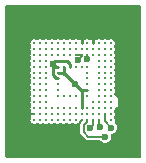
<source format=gbr>
%TF.GenerationSoftware,KiCad,Pcbnew,7.0.7*%
%TF.CreationDate,2023-09-02T11:06:43+09:00*%
%TF.ProjectId,emmc2sd,656d6d63-3273-4642-9e6b-696361645f70,rev?*%
%TF.SameCoordinates,Original*%
%TF.FileFunction,Copper,L2,Bot*%
%TF.FilePolarity,Positive*%
%FSLAX46Y46*%
G04 Gerber Fmt 4.6, Leading zero omitted, Abs format (unit mm)*
G04 Created by KiCad (PCBNEW 7.0.7) date 2023-09-02 11:06:43*
%MOMM*%
%LPD*%
G01*
G04 APERTURE LIST*
%TA.AperFunction,SMDPad,CuDef*%
%ADD10C,0.245000*%
%TD*%
%TA.AperFunction,ViaPad*%
%ADD11C,0.600000*%
%TD*%
%TA.AperFunction,Conductor*%
%ADD12C,0.150000*%
%TD*%
%TA.AperFunction,Conductor*%
%ADD13C,0.250000*%
%TD*%
G04 APERTURE END LIST*
D10*
%TO.P,U1,A1*%
%TO.N,N/C*%
X102480000Y-75133500D03*
%TO.P,U1,A2*%
X101980000Y-75133500D03*
%TO.P,U1,A3,DAT0*%
%TO.N,Net-(J1-DAT0)*%
X101480000Y-75133500D03*
%TO.P,U1,A4,DAT1*%
%TO.N,Net-(J1-DAT1)*%
X100980000Y-75133500D03*
%TO.P,U1,A5,DAT2*%
%TO.N,Net-(J1-DAT2)*%
X100480000Y-75133500D03*
%TO.P,U1,A6*%
%TO.N,N/C*%
X99980000Y-75133500D03*
%TO.P,U1,A7*%
X99480000Y-75133500D03*
%TO.P,U1,A8*%
X98980000Y-75133500D03*
%TO.P,U1,A9*%
X98480000Y-75133500D03*
%TO.P,U1,A10*%
X97980000Y-75133500D03*
%TO.P,U1,A11*%
X97480000Y-75133500D03*
%TO.P,U1,A12*%
X96980000Y-75133500D03*
%TO.P,U1,A13*%
X96480000Y-75133500D03*
%TO.P,U1,A14*%
X95980000Y-75133500D03*
%TO.P,U1,B1*%
X102480000Y-74633500D03*
%TO.P,U1,B2,DAT3*%
%TO.N,Net-(J1-DAT3{slash}CD)*%
X101980000Y-74633500D03*
%TO.P,U1,B3,DAT4*%
%TO.N,unconnected-(U1-DAT4-PadB3)*%
X101480000Y-74633500D03*
%TO.P,U1,B4,DAT5*%
%TO.N,unconnected-(U1-DAT5-PadB4)*%
X100980000Y-74633500D03*
%TO.P,U1,B5,DAT6*%
%TO.N,unconnected-(U1-DAT6-PadB5)*%
X100480000Y-74633500D03*
%TO.P,U1,B6,DAT7*%
%TO.N,unconnected-(U1-DAT7-PadB6)*%
X99980000Y-74633500D03*
%TO.P,U1,B7*%
%TO.N,N/C*%
X99480000Y-74633500D03*
%TO.P,U1,B8*%
X98980000Y-74633500D03*
%TO.P,U1,B9*%
X98480000Y-74633500D03*
%TO.P,U1,B10*%
X97980000Y-74633500D03*
%TO.P,U1,B11*%
X97480000Y-74633500D03*
%TO.P,U1,B12*%
X96980000Y-74633500D03*
%TO.P,U1,B13*%
X96480000Y-74633500D03*
%TO.P,U1,B14*%
X95980000Y-74633500D03*
%TO.P,U1,C1*%
X102480000Y-74133500D03*
%TO.P,U1,C2,VDDI*%
%TO.N,VDD*%
X101980000Y-74133500D03*
%TO.P,U1,C3*%
%TO.N,N/C*%
X101480000Y-74133500D03*
%TO.P,U1,C4,VSSQ1*%
%TO.N,GND*%
X100980000Y-74133500D03*
%TO.P,U1,C5*%
%TO.N,N/C*%
X100480000Y-74133500D03*
%TO.P,U1,C6,VCCQ1*%
%TO.N,VDD*%
X99980000Y-74133500D03*
%TO.P,U1,C7*%
%TO.N,N/C*%
X99480000Y-74133500D03*
%TO.P,U1,C8*%
X98980000Y-74133500D03*
%TO.P,U1,C9*%
X98480000Y-74133500D03*
%TO.P,U1,C10*%
X97980000Y-74133500D03*
%TO.P,U1,C11*%
X97480000Y-74133500D03*
%TO.P,U1,C12*%
X96980000Y-74133500D03*
%TO.P,U1,C13*%
X96480000Y-74133500D03*
%TO.P,U1,C14*%
X95980000Y-74133500D03*
%TO.P,U1,D1*%
%TO.N,GND*%
X102480000Y-73633500D03*
%TO.P,U1,D2*%
%TO.N,N/C*%
X101980000Y-73633500D03*
%TO.P,U1,D3*%
X101480000Y-73633500D03*
%TO.P,U1,D4*%
X100980000Y-73633500D03*
%TO.P,U1,D12*%
X96980000Y-73633500D03*
%TO.P,U1,D13*%
X96480000Y-73633500D03*
%TO.P,U1,D14*%
X95980000Y-73633500D03*
%TO.P,U1,E1*%
X102480000Y-73133500D03*
%TO.P,U1,E2*%
X101980000Y-73133500D03*
%TO.P,U1,E3*%
X101480000Y-73133500D03*
%TO.P,U1,E5*%
X100480000Y-73133500D03*
%TO.P,U1,E6,VCC1*%
%TO.N,VDD*%
X99980000Y-73133500D03*
%TO.P,U1,E7,VSS1*%
%TO.N,GND*%
X99480000Y-73133500D03*
%TO.P,U1,E8*%
%TO.N,N/C*%
X98980000Y-73133500D03*
%TO.P,U1,E9*%
X98480000Y-73133500D03*
%TO.P,U1,E10*%
X97980000Y-73133500D03*
%TO.P,U1,E12*%
X96980000Y-73133500D03*
%TO.P,U1,E13*%
X96480000Y-73133500D03*
%TO.P,U1,E14*%
X95980000Y-73133500D03*
%TO.P,U1,F1*%
X102480000Y-72633500D03*
%TO.P,U1,F2*%
X101980000Y-72633500D03*
%TO.P,U1,F3*%
X101480000Y-72633500D03*
%TO.P,U1,F5,VCC2*%
%TO.N,VDD*%
X100480000Y-72633500D03*
%TO.P,U1,F10*%
%TO.N,N/C*%
X97980000Y-72633500D03*
%TO.P,U1,F12*%
X96980000Y-72633500D03*
%TO.P,U1,F13*%
X96480000Y-72633500D03*
%TO.P,U1,F14*%
X95980000Y-72633500D03*
%TO.P,U1,G1*%
X102480000Y-72133500D03*
%TO.P,U1,G2*%
X101980000Y-72133500D03*
%TO.P,U1,G3*%
X101480000Y-72133500D03*
%TO.P,U1,G5,VSS2*%
%TO.N,GND*%
X100480000Y-72133500D03*
%TO.P,U1,G10*%
%TO.N,N/C*%
X97980000Y-72133500D03*
%TO.P,U1,G12*%
X96980000Y-72133500D03*
%TO.P,U1,G13*%
X96480000Y-72133500D03*
%TO.P,U1,G14*%
X95980000Y-72133500D03*
%TO.P,U1,H1*%
X102480000Y-71633500D03*
%TO.P,U1,H2*%
X101980000Y-71633500D03*
%TO.P,U1,H3*%
X101480000Y-71633500D03*
%TO.P,U1,H5*%
X100480000Y-71633500D03*
%TO.P,U1,H10,VSS3*%
%TO.N,GND*%
X97980000Y-71633500D03*
%TO.P,U1,H12*%
%TO.N,N/C*%
X96980000Y-71633500D03*
%TO.P,U1,H13*%
X96480000Y-71633500D03*
%TO.P,U1,H14*%
X95980000Y-71633500D03*
%TO.P,U1,J1*%
X102480000Y-71133500D03*
%TO.P,U1,J2*%
X101980000Y-71133500D03*
%TO.P,U1,J3*%
X101480000Y-71133500D03*
%TO.P,U1,J5*%
X100480000Y-71133500D03*
%TO.P,U1,J10,VCC3*%
%TO.N,VDD*%
X97980000Y-71133500D03*
%TO.P,U1,J12*%
%TO.N,N/C*%
X96980000Y-71133500D03*
%TO.P,U1,J13*%
X96480000Y-71133500D03*
%TO.P,U1,J14*%
X95980000Y-71133500D03*
%TO.P,U1,K1*%
X102480000Y-70633500D03*
%TO.P,U1,K2*%
X101980000Y-70633500D03*
%TO.P,U1,K3*%
X101480000Y-70633500D03*
%TO.P,U1,K5,RST#*%
%TO.N,unconnected-(U1-RST#-PadK5)*%
X100480000Y-70633500D03*
%TO.P,U1,K6*%
%TO.N,N/C*%
X99980000Y-70633500D03*
%TO.P,U1,K7*%
X99480000Y-70633500D03*
%TO.P,U1,K8,VSS4*%
%TO.N,GND*%
X98980000Y-70633500D03*
%TO.P,U1,K9,VCC4*%
%TO.N,VDD*%
X98480000Y-70633500D03*
%TO.P,U1,K10*%
%TO.N,GND*%
X97980000Y-70633500D03*
%TO.P,U1,K12*%
%TO.N,N/C*%
X96980000Y-70633500D03*
%TO.P,U1,K13*%
X96480000Y-70633500D03*
%TO.P,U1,K14*%
X95980000Y-70633500D03*
%TO.P,U1,L1*%
X102480000Y-70133500D03*
%TO.P,U1,L2*%
X101980000Y-70133500D03*
%TO.P,U1,L3*%
X101480000Y-70133500D03*
%TO.P,U1,L12*%
X96980000Y-70133500D03*
%TO.P,U1,L13*%
X96480000Y-70133500D03*
%TO.P,U1,L14*%
X95980000Y-70133500D03*
%TO.P,U1,M1*%
X102480000Y-69633500D03*
%TO.P,U1,M2*%
X101980000Y-69633500D03*
%TO.P,U1,M3*%
X101480000Y-69633500D03*
%TO.P,U1,M4,VCCQ2*%
%TO.N,VDD*%
X100980000Y-69633500D03*
%TO.P,U1,M5,CMD*%
%TO.N,Net-(J1-CMD)*%
X100480000Y-69633500D03*
%TO.P,U1,M6,CLK*%
%TO.N,Net-(J1-CLK)*%
X99980000Y-69633500D03*
%TO.P,U1,M7*%
%TO.N,N/C*%
X99480000Y-69633500D03*
%TO.P,U1,M8*%
X98980000Y-69633500D03*
%TO.P,U1,M9*%
X98480000Y-69633500D03*
%TO.P,U1,M10*%
X97980000Y-69633500D03*
%TO.P,U1,M11*%
X97480000Y-69633500D03*
%TO.P,U1,M12*%
X96980000Y-69633500D03*
%TO.P,U1,M13*%
X96480000Y-69633500D03*
%TO.P,U1,M14*%
X95980000Y-69633500D03*
%TO.P,U1,N1*%
X102480000Y-69133500D03*
%TO.P,U1,N2,VSSQ2*%
%TO.N,GND*%
X101980000Y-69133500D03*
%TO.P,U1,N3*%
%TO.N,N/C*%
X101480000Y-69133500D03*
%TO.P,U1,N4,VCCQ3*%
%TO.N,VDD*%
X100980000Y-69133500D03*
%TO.P,U1,N5,VSSQ3*%
%TO.N,GND*%
X100480000Y-69133500D03*
%TO.P,U1,N6*%
%TO.N,N/C*%
X99980000Y-69133500D03*
%TO.P,U1,N7*%
X99480000Y-69133500D03*
%TO.P,U1,N8*%
X98980000Y-69133500D03*
%TO.P,U1,N9*%
X98480000Y-69133500D03*
%TO.P,U1,N10*%
X97980000Y-69133500D03*
%TO.P,U1,N11*%
X97480000Y-69133500D03*
%TO.P,U1,N12*%
X96980000Y-69133500D03*
%TO.P,U1,N13*%
X96480000Y-69133500D03*
%TO.P,U1,N14*%
X95980000Y-69133500D03*
%TO.P,U1,P1*%
X102480000Y-68633500D03*
%TO.P,U1,P2*%
X101980000Y-68633500D03*
%TO.P,U1,P3,VCCQ4*%
%TO.N,VDD*%
X101480000Y-68633500D03*
%TO.P,U1,P4,VSSQ4*%
%TO.N,N/C*%
X100980000Y-68633500D03*
%TO.P,U1,P5,VCCQ5*%
%TO.N,VDD*%
X100480000Y-68633500D03*
%TO.P,U1,P6,VSSQ5*%
%TO.N,N/C*%
X99980000Y-68633500D03*
%TO.P,U1,P7*%
X99480000Y-68633500D03*
%TO.P,U1,P8*%
X98980000Y-68633500D03*
%TO.P,U1,P9*%
X98480000Y-68633500D03*
%TO.P,U1,P10*%
X97980000Y-68633500D03*
%TO.P,U1,P11*%
X97480000Y-68633500D03*
%TO.P,U1,P12*%
X96980000Y-68633500D03*
%TO.P,U1,P13*%
X96480000Y-68633500D03*
%TO.P,U1,P14*%
X95980000Y-68633500D03*
%TD*%
D11*
%TO.N,Net-(J1-DAT2)*%
X101981000Y-76581000D03*
%TO.N,Net-(J1-DAT3{slash}CD)*%
X102515544Y-75794370D03*
%TO.N,Net-(J1-CMD)*%
X100480235Y-70003166D03*
%TO.N,Net-(J1-CLK)*%
X99645982Y-70034053D03*
%TO.N,GND*%
X96901000Y-67437000D03*
X103759000Y-77216000D03*
X97556481Y-70367073D03*
X94615000Y-77216000D03*
X98933000Y-77216000D03*
X101219000Y-67437000D03*
%TO.N,Net-(J1-DAT0)*%
X101569852Y-75782148D03*
%TO.N,Net-(J1-DAT1)*%
X100736587Y-75844587D03*
%TO.N,VDD*%
X99441000Y-72136000D03*
%TD*%
D12*
%TO.N,Net-(J1-DAT2)*%
X100161587Y-76185587D02*
X100557000Y-76581000D01*
X100480000Y-75133500D02*
X100480000Y-75288001D01*
X100480000Y-75288001D02*
X100161587Y-75606414D01*
X100161587Y-75606414D02*
X100161587Y-76185587D01*
X100557000Y-76581000D02*
X101981000Y-76581000D01*
%TO.N,Net-(J1-DAT3{slash}CD)*%
X101980000Y-75258826D02*
X102515544Y-75794370D01*
X101980000Y-75133500D02*
X101980000Y-75258826D01*
X101980000Y-74633500D02*
X101980000Y-75133500D01*
%TO.N,Net-(J1-CMD)*%
X100480000Y-69633500D02*
X100480000Y-70002931D01*
X100480000Y-70002931D02*
X100480235Y-70003166D01*
%TO.N,Net-(J1-CLK)*%
X99980000Y-69700035D02*
X99645982Y-70034053D01*
X99980000Y-69633500D02*
X99980000Y-69700035D01*
X99980000Y-69633500D02*
X99480000Y-69633500D01*
%TO.N,GND*%
X99822000Y-75291500D02*
X99822000Y-75438000D01*
D13*
X100980000Y-68214000D02*
X100965000Y-68199000D01*
X99980000Y-68633500D02*
X99980000Y-68295000D01*
X97530000Y-70364000D02*
X97530000Y-71356741D01*
X97530000Y-71356741D02*
X97806759Y-71633500D01*
X98980000Y-70633500D02*
X98980000Y-70405000D01*
X98758500Y-70183500D02*
X97710500Y-70183500D01*
X97980000Y-70633500D02*
X97822908Y-70633500D01*
X100980000Y-68633500D02*
X100980000Y-68214000D01*
D12*
X99980000Y-75133500D02*
X99822000Y-75291500D01*
D13*
X98980000Y-70405000D02*
X98758500Y-70183500D01*
X97822908Y-70633500D02*
X97556481Y-70367073D01*
X97806759Y-71633500D02*
X97980000Y-71633500D01*
D12*
X95980000Y-74633500D02*
X95334500Y-74633500D01*
D13*
X99980000Y-68295000D02*
X100076000Y-68199000D01*
X97710500Y-70183500D02*
X97530000Y-70364000D01*
D12*
%TO.N,Net-(J1-DAT0)*%
X101480000Y-75692296D02*
X101569852Y-75782148D01*
X101480000Y-75133500D02*
X101480000Y-75692296D01*
%TO.N,Net-(J1-DAT1)*%
X100980000Y-75133500D02*
X100980000Y-75601174D01*
X100980000Y-75601174D02*
X100736587Y-75844587D01*
D13*
%TO.N,VDD*%
X98480000Y-71175000D02*
X99441000Y-72136000D01*
X100480000Y-72633500D02*
X99938500Y-72633500D01*
X99938500Y-72633500D02*
X99441000Y-72136000D01*
X99980000Y-72675000D02*
X99441000Y-72136000D01*
X99980000Y-73133500D02*
X99980000Y-72675000D01*
X98438500Y-71133500D02*
X99441000Y-72136000D01*
X98480000Y-70633500D02*
X98480000Y-71175000D01*
X98480000Y-70633500D02*
X98480000Y-71092000D01*
X97980000Y-71133500D02*
X98438500Y-71133500D01*
X99980000Y-74133500D02*
X99980000Y-73133500D01*
X98480000Y-71092000D02*
X98438500Y-71133500D01*
%TD*%
%TA.AperFunction,Conductor*%
%TO.N,GND*%
G36*
X104946539Y-65450185D02*
G01*
X104992294Y-65502989D01*
X105003500Y-65554500D01*
X105003500Y-78209500D01*
X104983815Y-78276539D01*
X104931011Y-78322294D01*
X104879500Y-78333500D01*
X93621500Y-78333500D01*
X93554461Y-78313815D01*
X93508706Y-78261011D01*
X93497500Y-78209500D01*
X93497500Y-75133500D01*
X95652017Y-75133500D01*
X95671796Y-75245674D01*
X95671797Y-75245676D01*
X95671799Y-75245682D01*
X95728750Y-75344324D01*
X95789474Y-75395277D01*
X95816008Y-75417542D01*
X95816012Y-75417543D01*
X95816013Y-75417544D01*
X95923043Y-75456499D01*
X95923046Y-75456500D01*
X95923048Y-75456500D01*
X96036952Y-75456500D01*
X96036954Y-75456500D01*
X96101345Y-75433063D01*
X96143987Y-75417544D01*
X96143987Y-75417543D01*
X96143992Y-75417542D01*
X96150293Y-75412254D01*
X96214297Y-75384240D01*
X96283290Y-75395277D01*
X96309703Y-75412251D01*
X96316008Y-75417542D01*
X96316011Y-75417543D01*
X96316012Y-75417544D01*
X96423043Y-75456499D01*
X96423046Y-75456500D01*
X96423048Y-75456500D01*
X96536952Y-75456500D01*
X96536954Y-75456500D01*
X96601345Y-75433063D01*
X96643987Y-75417544D01*
X96643987Y-75417543D01*
X96643992Y-75417542D01*
X96650293Y-75412254D01*
X96714297Y-75384240D01*
X96783290Y-75395277D01*
X96809703Y-75412251D01*
X96816008Y-75417542D01*
X96816011Y-75417543D01*
X96816012Y-75417544D01*
X96923043Y-75456499D01*
X96923046Y-75456500D01*
X96923048Y-75456500D01*
X97036952Y-75456500D01*
X97036954Y-75456500D01*
X97101345Y-75433063D01*
X97143987Y-75417544D01*
X97143987Y-75417543D01*
X97143992Y-75417542D01*
X97150293Y-75412254D01*
X97214297Y-75384240D01*
X97283290Y-75395277D01*
X97309703Y-75412251D01*
X97316008Y-75417542D01*
X97316011Y-75417543D01*
X97316012Y-75417544D01*
X97423043Y-75456499D01*
X97423046Y-75456500D01*
X97423048Y-75456500D01*
X97536952Y-75456500D01*
X97536954Y-75456500D01*
X97601345Y-75433063D01*
X97643987Y-75417544D01*
X97643987Y-75417543D01*
X97643992Y-75417542D01*
X97650293Y-75412254D01*
X97714297Y-75384240D01*
X97783290Y-75395277D01*
X97809703Y-75412251D01*
X97816008Y-75417542D01*
X97816011Y-75417543D01*
X97816012Y-75417544D01*
X97923043Y-75456499D01*
X97923046Y-75456500D01*
X97923048Y-75456500D01*
X98036952Y-75456500D01*
X98036954Y-75456500D01*
X98101345Y-75433063D01*
X98143987Y-75417544D01*
X98143987Y-75417543D01*
X98143992Y-75417542D01*
X98150293Y-75412254D01*
X98214297Y-75384240D01*
X98283290Y-75395277D01*
X98309703Y-75412251D01*
X98316008Y-75417542D01*
X98316011Y-75417543D01*
X98316012Y-75417544D01*
X98423043Y-75456499D01*
X98423046Y-75456500D01*
X98423048Y-75456500D01*
X98536952Y-75456500D01*
X98536954Y-75456500D01*
X98601345Y-75433063D01*
X98643987Y-75417544D01*
X98643987Y-75417543D01*
X98643992Y-75417542D01*
X98650293Y-75412254D01*
X98714297Y-75384240D01*
X98783290Y-75395277D01*
X98809703Y-75412251D01*
X98816008Y-75417542D01*
X98816011Y-75417543D01*
X98816012Y-75417544D01*
X98923043Y-75456499D01*
X98923046Y-75456500D01*
X98923048Y-75456500D01*
X99036952Y-75456500D01*
X99036954Y-75456500D01*
X99101345Y-75433063D01*
X99143987Y-75417544D01*
X99143987Y-75417543D01*
X99143992Y-75417542D01*
X99150293Y-75412254D01*
X99214297Y-75384240D01*
X99283290Y-75395277D01*
X99309703Y-75412251D01*
X99316008Y-75417542D01*
X99316011Y-75417543D01*
X99316012Y-75417544D01*
X99423043Y-75456499D01*
X99423046Y-75456500D01*
X99423048Y-75456500D01*
X99536952Y-75456500D01*
X99536954Y-75456500D01*
X99601345Y-75433063D01*
X99643987Y-75417544D01*
X99643987Y-75417543D01*
X99643992Y-75417542D01*
X99650293Y-75412254D01*
X99714297Y-75384240D01*
X99783290Y-75395277D01*
X99809703Y-75412251D01*
X99816008Y-75417542D01*
X99816011Y-75417543D01*
X99825407Y-75422969D01*
X99824105Y-75425223D01*
X99867651Y-75457279D01*
X99892594Y-75522545D01*
X99890603Y-75556574D01*
X99880690Y-75606414D01*
X99883704Y-75621565D01*
X99886087Y-75645758D01*
X99886087Y-76146242D01*
X99883704Y-76170434D01*
X99880690Y-76185586D01*
X99880690Y-76185587D01*
X99885227Y-76208394D01*
X99885234Y-76208436D01*
X99902070Y-76293077D01*
X99902071Y-76293080D01*
X99902072Y-76293082D01*
X99926527Y-76329681D01*
X99962960Y-76384208D01*
X99962963Y-76384211D01*
X99975808Y-76392793D01*
X99994598Y-76408214D01*
X100334369Y-76747985D01*
X100349790Y-76766775D01*
X100358373Y-76779621D01*
X100358376Y-76779624D01*
X100381376Y-76794992D01*
X100381378Y-76794994D01*
X100404810Y-76810650D01*
X100434208Y-76830294D01*
X100444356Y-76839491D01*
X100535833Y-76857687D01*
X100535849Y-76857689D01*
X100556999Y-76861896D01*
X100557000Y-76861896D01*
X100557001Y-76861896D01*
X100572155Y-76858882D01*
X100596343Y-76856500D01*
X101500837Y-76856500D01*
X101567876Y-76876185D01*
X101594548Y-76899295D01*
X101649872Y-76963143D01*
X101770947Y-77040953D01*
X101770950Y-77040954D01*
X101770949Y-77040954D01*
X101909036Y-77081499D01*
X101909038Y-77081500D01*
X101909039Y-77081500D01*
X102052962Y-77081500D01*
X102052962Y-77081499D01*
X102191053Y-77040953D01*
X102312128Y-76963143D01*
X102406377Y-76854373D01*
X102466165Y-76723457D01*
X102486647Y-76581000D01*
X102466165Y-76438543D01*
X102465874Y-76436517D01*
X102475818Y-76367358D01*
X102521573Y-76314554D01*
X102578954Y-76297705D01*
X102578728Y-76296132D01*
X102587500Y-76294870D01*
X102587505Y-76294870D01*
X102725597Y-76254323D01*
X102846672Y-76176513D01*
X102940921Y-76067743D01*
X103000709Y-75936827D01*
X103021191Y-75794370D01*
X103000709Y-75651913D01*
X102940921Y-75520997D01*
X102846672Y-75412227D01*
X102846669Y-75412225D01*
X102846667Y-75412223D01*
X102833354Y-75403667D01*
X102787600Y-75350863D01*
X102777657Y-75281704D01*
X102786368Y-75256553D01*
X102784492Y-75255871D01*
X102788200Y-75245682D01*
X102788203Y-75245677D01*
X102807983Y-75133500D01*
X102788203Y-75021323D01*
X102744427Y-74945500D01*
X102727954Y-74877600D01*
X102744427Y-74821500D01*
X102788200Y-74745682D01*
X102788199Y-74745682D01*
X102788203Y-74745677D01*
X102807983Y-74633500D01*
X102788203Y-74521323D01*
X102744427Y-74445500D01*
X102727954Y-74377600D01*
X102744427Y-74321500D01*
X102788200Y-74245682D01*
X102788199Y-74245682D01*
X102788203Y-74245677D01*
X102791886Y-74224786D01*
X102822912Y-74162185D01*
X102831775Y-74153504D01*
X102949370Y-74049324D01*
X103035244Y-73924916D01*
X103088850Y-73783567D01*
X103107071Y-73633500D01*
X103088850Y-73483432D01*
X103035244Y-73342083D01*
X102949370Y-73217675D01*
X102831775Y-73113495D01*
X102794648Y-73054305D01*
X102791886Y-73042211D01*
X102788203Y-73021325D01*
X102788203Y-73021323D01*
X102788198Y-73021314D01*
X102744427Y-72945499D01*
X102727954Y-72877599D01*
X102744427Y-72821500D01*
X102788200Y-72745682D01*
X102788199Y-72745682D01*
X102788203Y-72745677D01*
X102807983Y-72633500D01*
X102788203Y-72521323D01*
X102781053Y-72508939D01*
X102744427Y-72445500D01*
X102727954Y-72377600D01*
X102744427Y-72321500D01*
X102788200Y-72245682D01*
X102788199Y-72245682D01*
X102788203Y-72245677D01*
X102807983Y-72133500D01*
X102788203Y-72021323D01*
X102772164Y-71993543D01*
X102744427Y-71945500D01*
X102727954Y-71877600D01*
X102744427Y-71821500D01*
X102788200Y-71745682D01*
X102788199Y-71745682D01*
X102788203Y-71745677D01*
X102807983Y-71633500D01*
X102788203Y-71521323D01*
X102744427Y-71445500D01*
X102727954Y-71377600D01*
X102744427Y-71321500D01*
X102788200Y-71245682D01*
X102788199Y-71245682D01*
X102788203Y-71245677D01*
X102807983Y-71133500D01*
X102788203Y-71021323D01*
X102750772Y-70956491D01*
X102744427Y-70945500D01*
X102727954Y-70877600D01*
X102744427Y-70821500D01*
X102788200Y-70745682D01*
X102788199Y-70745682D01*
X102788203Y-70745677D01*
X102807983Y-70633500D01*
X102788203Y-70521323D01*
X102783328Y-70512880D01*
X102744427Y-70445500D01*
X102727954Y-70377600D01*
X102744427Y-70321500D01*
X102788200Y-70245682D01*
X102788199Y-70245682D01*
X102788203Y-70245677D01*
X102807983Y-70133500D01*
X102788203Y-70021323D01*
X102777720Y-70003166D01*
X102744427Y-69945500D01*
X102727954Y-69877600D01*
X102744427Y-69821500D01*
X102788200Y-69745682D01*
X102788199Y-69745682D01*
X102788203Y-69745677D01*
X102807983Y-69633500D01*
X102788203Y-69521323D01*
X102744427Y-69445500D01*
X102727954Y-69377600D01*
X102744427Y-69321500D01*
X102788200Y-69245682D01*
X102788199Y-69245682D01*
X102788203Y-69245677D01*
X102807983Y-69133500D01*
X102788203Y-69021323D01*
X102744427Y-68945500D01*
X102727954Y-68877600D01*
X102744427Y-68821500D01*
X102788200Y-68745682D01*
X102788199Y-68745682D01*
X102788203Y-68745677D01*
X102807983Y-68633500D01*
X102788203Y-68521323D01*
X102731250Y-68422677D01*
X102731249Y-68422675D01*
X102650294Y-68354746D01*
X102643992Y-68349458D01*
X102643989Y-68349457D01*
X102643986Y-68349455D01*
X102536956Y-68310500D01*
X102536954Y-68310500D01*
X102423046Y-68310500D01*
X102423042Y-68310500D01*
X102316014Y-68349455D01*
X102316003Y-68349461D01*
X102309703Y-68354748D01*
X102245694Y-68382760D01*
X102176703Y-68371719D01*
X102150296Y-68354748D01*
X102143992Y-68349458D01*
X102143990Y-68349457D01*
X102143986Y-68349455D01*
X102036956Y-68310500D01*
X102036954Y-68310500D01*
X101923046Y-68310500D01*
X101923042Y-68310500D01*
X101816014Y-68349455D01*
X101816003Y-68349461D01*
X101809703Y-68354748D01*
X101745694Y-68382760D01*
X101676703Y-68371719D01*
X101650296Y-68354748D01*
X101643992Y-68349458D01*
X101643990Y-68349457D01*
X101643986Y-68349455D01*
X101536956Y-68310500D01*
X101536954Y-68310500D01*
X101423046Y-68310500D01*
X101423042Y-68310500D01*
X101316014Y-68349455D01*
X101316003Y-68349461D01*
X101309703Y-68354748D01*
X101245694Y-68382760D01*
X101176703Y-68371719D01*
X101150296Y-68354748D01*
X101143992Y-68349458D01*
X101143990Y-68349457D01*
X101143986Y-68349455D01*
X101036956Y-68310500D01*
X101036954Y-68310500D01*
X100923046Y-68310500D01*
X100923042Y-68310500D01*
X100816014Y-68349455D01*
X100816003Y-68349461D01*
X100809703Y-68354748D01*
X100745694Y-68382760D01*
X100676703Y-68371719D01*
X100650296Y-68354748D01*
X100643992Y-68349458D01*
X100643990Y-68349457D01*
X100643986Y-68349455D01*
X100536956Y-68310500D01*
X100536954Y-68310500D01*
X100423046Y-68310500D01*
X100423042Y-68310500D01*
X100316014Y-68349455D01*
X100316003Y-68349461D01*
X100309703Y-68354748D01*
X100245694Y-68382760D01*
X100176703Y-68371719D01*
X100150296Y-68354748D01*
X100143992Y-68349458D01*
X100143990Y-68349457D01*
X100143986Y-68349455D01*
X100036956Y-68310500D01*
X100036954Y-68310500D01*
X99923046Y-68310500D01*
X99923042Y-68310500D01*
X99816014Y-68349455D01*
X99816003Y-68349461D01*
X99809703Y-68354748D01*
X99745694Y-68382760D01*
X99676703Y-68371719D01*
X99650296Y-68354748D01*
X99643992Y-68349458D01*
X99643990Y-68349457D01*
X99643986Y-68349455D01*
X99536956Y-68310500D01*
X99536954Y-68310500D01*
X99423046Y-68310500D01*
X99423042Y-68310500D01*
X99316014Y-68349455D01*
X99316003Y-68349461D01*
X99309703Y-68354748D01*
X99245694Y-68382760D01*
X99176703Y-68371719D01*
X99150296Y-68354748D01*
X99143992Y-68349458D01*
X99143990Y-68349457D01*
X99143986Y-68349455D01*
X99036956Y-68310500D01*
X99036954Y-68310500D01*
X98923046Y-68310500D01*
X98923042Y-68310500D01*
X98816014Y-68349455D01*
X98816003Y-68349461D01*
X98809703Y-68354748D01*
X98745694Y-68382760D01*
X98676703Y-68371719D01*
X98650296Y-68354748D01*
X98643992Y-68349458D01*
X98643990Y-68349457D01*
X98643986Y-68349455D01*
X98536956Y-68310500D01*
X98536954Y-68310500D01*
X98423046Y-68310500D01*
X98423042Y-68310500D01*
X98316014Y-68349455D01*
X98316003Y-68349461D01*
X98309703Y-68354748D01*
X98245694Y-68382760D01*
X98176703Y-68371719D01*
X98150296Y-68354748D01*
X98143992Y-68349458D01*
X98143990Y-68349457D01*
X98143986Y-68349455D01*
X98036956Y-68310500D01*
X98036954Y-68310500D01*
X97923046Y-68310500D01*
X97923042Y-68310500D01*
X97816014Y-68349455D01*
X97816003Y-68349461D01*
X97809703Y-68354748D01*
X97745694Y-68382760D01*
X97676703Y-68371719D01*
X97650296Y-68354748D01*
X97643992Y-68349458D01*
X97643990Y-68349457D01*
X97643986Y-68349455D01*
X97536956Y-68310500D01*
X97536954Y-68310500D01*
X97423046Y-68310500D01*
X97423042Y-68310500D01*
X97316014Y-68349455D01*
X97316003Y-68349461D01*
X97309703Y-68354748D01*
X97245694Y-68382760D01*
X97176703Y-68371719D01*
X97150296Y-68354748D01*
X97143992Y-68349458D01*
X97143990Y-68349457D01*
X97143986Y-68349455D01*
X97036956Y-68310500D01*
X97036954Y-68310500D01*
X96923046Y-68310500D01*
X96923042Y-68310500D01*
X96816014Y-68349455D01*
X96816003Y-68349461D01*
X96809703Y-68354748D01*
X96745694Y-68382760D01*
X96676703Y-68371719D01*
X96650296Y-68354748D01*
X96643992Y-68349458D01*
X96643990Y-68349457D01*
X96643986Y-68349455D01*
X96536956Y-68310500D01*
X96536954Y-68310500D01*
X96423046Y-68310500D01*
X96423042Y-68310500D01*
X96316014Y-68349455D01*
X96316003Y-68349461D01*
X96309703Y-68354748D01*
X96245694Y-68382760D01*
X96176703Y-68371719D01*
X96150296Y-68354748D01*
X96143992Y-68349458D01*
X96143990Y-68349457D01*
X96143986Y-68349455D01*
X96036956Y-68310500D01*
X96036954Y-68310500D01*
X95923046Y-68310500D01*
X95923042Y-68310500D01*
X95816014Y-68349455D01*
X95816007Y-68349459D01*
X95728752Y-68422675D01*
X95728747Y-68422680D01*
X95671799Y-68521317D01*
X95671797Y-68521323D01*
X95652017Y-68633499D01*
X95652017Y-68633500D01*
X95671797Y-68745676D01*
X95671800Y-68745685D01*
X95715572Y-68821501D01*
X95732045Y-68889401D01*
X95715572Y-68945499D01*
X95671800Y-69021314D01*
X95671797Y-69021323D01*
X95652017Y-69133499D01*
X95652017Y-69133500D01*
X95671797Y-69245676D01*
X95671800Y-69245685D01*
X95715572Y-69321501D01*
X95732045Y-69389401D01*
X95715572Y-69445499D01*
X95671800Y-69521314D01*
X95671797Y-69521323D01*
X95652017Y-69633499D01*
X95652017Y-69633500D01*
X95671797Y-69745676D01*
X95671800Y-69745685D01*
X95715572Y-69821501D01*
X95732045Y-69889401D01*
X95715572Y-69945499D01*
X95671800Y-70021314D01*
X95671797Y-70021323D01*
X95652017Y-70133499D01*
X95652017Y-70133500D01*
X95671797Y-70245676D01*
X95671800Y-70245685D01*
X95715572Y-70321501D01*
X95732045Y-70389401D01*
X95715572Y-70445499D01*
X95671800Y-70521314D01*
X95671797Y-70521323D01*
X95652017Y-70633499D01*
X95652017Y-70633500D01*
X95671797Y-70745676D01*
X95671800Y-70745685D01*
X95715572Y-70821501D01*
X95732045Y-70889401D01*
X95715572Y-70945499D01*
X95671800Y-71021314D01*
X95671797Y-71021323D01*
X95652017Y-71133500D01*
X95668468Y-71226800D01*
X95671797Y-71245676D01*
X95671800Y-71245685D01*
X95715572Y-71321501D01*
X95732045Y-71389401D01*
X95715572Y-71445499D01*
X95671800Y-71521314D01*
X95671797Y-71521323D01*
X95657075Y-71604817D01*
X95652017Y-71633500D01*
X95666859Y-71717675D01*
X95671797Y-71745676D01*
X95671800Y-71745685D01*
X95715572Y-71821501D01*
X95732045Y-71889401D01*
X95715572Y-71945499D01*
X95671800Y-72021314D01*
X95671797Y-72021323D01*
X95655159Y-72115683D01*
X95652017Y-72133500D01*
X95659444Y-72175623D01*
X95671797Y-72245676D01*
X95671800Y-72245685D01*
X95715572Y-72321501D01*
X95732045Y-72389401D01*
X95715572Y-72445499D01*
X95671800Y-72521314D01*
X95671797Y-72521323D01*
X95652017Y-72633499D01*
X95652017Y-72633500D01*
X95671797Y-72745676D01*
X95671800Y-72745685D01*
X95715572Y-72821501D01*
X95732045Y-72889401D01*
X95715572Y-72945499D01*
X95671800Y-73021314D01*
X95671797Y-73021323D01*
X95652017Y-73133500D01*
X95669809Y-73234405D01*
X95671797Y-73245676D01*
X95671800Y-73245685D01*
X95715572Y-73321501D01*
X95732045Y-73389401D01*
X95715572Y-73445499D01*
X95671800Y-73521314D01*
X95671797Y-73521323D01*
X95652017Y-73633500D01*
X95667752Y-73722739D01*
X95671797Y-73745676D01*
X95671800Y-73745685D01*
X95715572Y-73821501D01*
X95732045Y-73889401D01*
X95715572Y-73945499D01*
X95671800Y-74021314D01*
X95671797Y-74021323D01*
X95652017Y-74133499D01*
X95652017Y-74133500D01*
X95671797Y-74245676D01*
X95671800Y-74245685D01*
X95715572Y-74321501D01*
X95732045Y-74389401D01*
X95715572Y-74445499D01*
X95671800Y-74521314D01*
X95671797Y-74521323D01*
X95652017Y-74633499D01*
X95652017Y-74633500D01*
X95671797Y-74745676D01*
X95671800Y-74745685D01*
X95715572Y-74821501D01*
X95732045Y-74889401D01*
X95715572Y-74945499D01*
X95671800Y-75021314D01*
X95671797Y-75021323D01*
X95652017Y-75133500D01*
X93497500Y-75133500D01*
X93497500Y-65554500D01*
X93517185Y-65487461D01*
X93569989Y-65441706D01*
X93621500Y-65430500D01*
X104879500Y-65430500D01*
X104946539Y-65450185D01*
G37*
%TD.AperFunction*%
%TD*%
M02*

</source>
